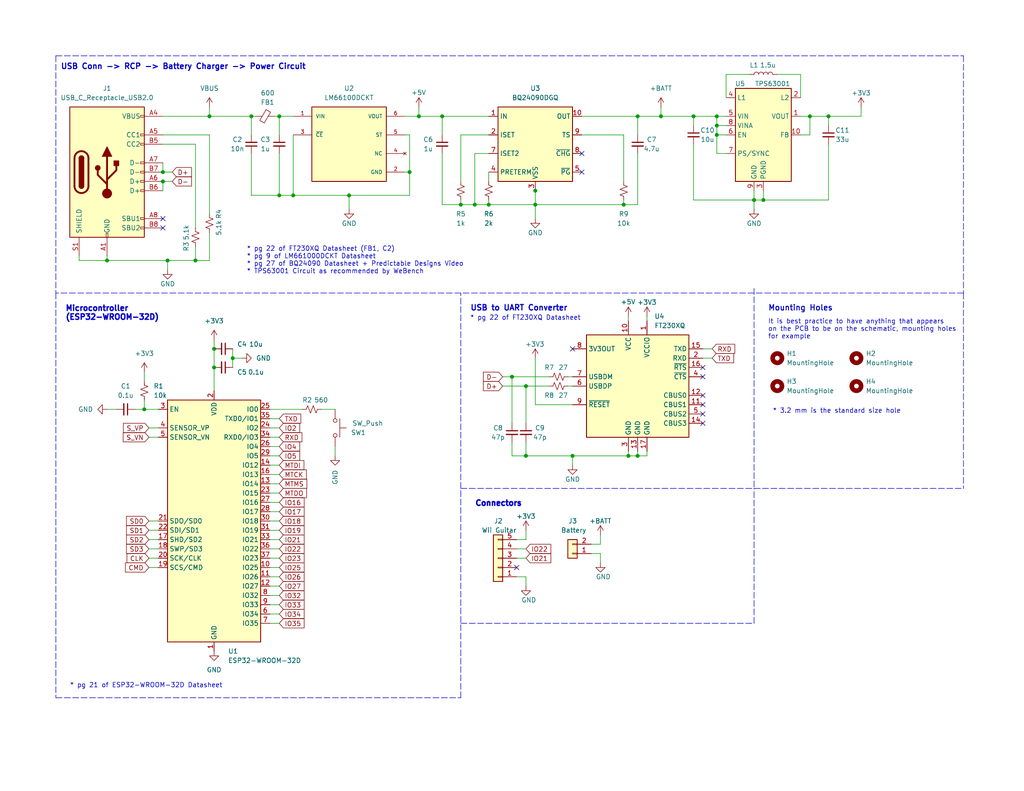
<source format=kicad_sch>
(kicad_sch (version 20211123) (generator eeschema)
  (paper "USLetter")
  (title_block (title "Wii Guitar to HID Converter") (date "2023-02-10") (comment 1 "Author: Kai Roy"))
  (lib_symbols
    (symbol "Battery_Management:BQ24090DGQ"
      (property "Reference" "U" (at -9.398 13.462 0))
      (property "Value" "BQ24090DGQ" (at -3.81 11.43 0))
      (symbol "BQ24090DGQ_0_1"
        (rectangle (start -10.16 10.16) (end 10.16 -10.16) (stroke (width 0.254)) (fill (type background)))
      )
      (symbol "BQ24090DGQ_1_1"
        (pin power_in line (at -12.7 7.62 0) (length 2.54) (name "IN") (number "1"))
        (pin power_out line (at 12.7 7.62 180) (length 2.54) (name "OUT") (number "10"))
        (pin passive line (at 0 -12.7 90) (length 2.54) hide (name "VSS") (number "11"))
        (pin passive line (at -12.7 2.54 0) (length 2.54) (name "ISET") (number "2"))
        (pin power_in line (at 0 -12.7 90) (length 2.54) (name "VSS") (number "3"))
        (pin passive line (at -12.7 -7.62 0) (length 2.54) (name "PRETERM") (number "4"))
        (pin open_collector line (at 12.7 -7.62 180) (length 2.54) (name "~{PG}") (number "5"))
        (pin no_connect line (at 5.08 -10.16 90) (length 2.54) hide (name "NC") (number "6"))
        (pin passive line (at -12.7 -2.54 0) (length 2.54) (name "ISET2") (number "7"))
        (pin open_collector line (at 12.7 -2.54 180) (length 2.54) (name "~{CHG}") (number "8"))
        (pin passive line (at 12.7 2.54 180) (length 2.54) (name "TS") (number "9"))
      )
    )
    (symbol "Connector:USB_C_Receptacle_USB2.0" (pin_names (offset 1.016))
      (property "Reference" "J" (at -10.16 19.05 0))
      (property "Value" "USB_C_Receptacle_USB2.0" (at 19.05 19.05 0))
      (symbol "USB_C_Receptacle_USB2.0_0_0"
        (rectangle (start -0.254 -17.78) (end 0.254 -16.764))
        (rectangle (start 10.16 -14.986) (end 9.144 -15.494))
        (rectangle (start 10.16 -12.446) (end 9.144 -12.954))
        (rectangle (start 10.16 -4.826) (end 9.144 -5.334))
        (rectangle (start 10.16 -2.286) (end 9.144 -2.794))
        (rectangle (start 10.16 0.254) (end 9.144 -0.254))
        (rectangle (start 10.16 2.794) (end 9.144 2.286))
        (rectangle (start 10.16 7.874) (end 9.144 7.366))
        (rectangle (start 10.16 10.414) (end 9.144 9.906))
        (rectangle (start 10.16 15.494) (end 9.144 14.986))
      )
      (symbol "USB_C_Receptacle_USB2.0_0_1"
        (rectangle (start -10.16 17.78) (end 10.16 -17.78) (stroke (width 0.254)) (fill (type background)))
        (arc (start -8.89 -3.81) (mid -6.985 -5.715) (end -5.08 -3.81) (stroke (width 0.508)))
        (arc (start -7.62 -3.81) (mid -6.985 -4.445) (end -6.35 -3.81) (stroke (width 0.254)))
        (arc (start -7.62 -3.81) (mid -6.985 -4.445) (end -6.35 -3.81) (stroke (width 0.254)) (fill (type outline)))
        (rectangle (start -7.62 -3.81) (end -6.35 3.81) (stroke (width 0.254)) (fill (type outline)))
        (arc (start -6.35 3.81) (mid -6.985 4.445) (end -7.62 3.81) (stroke (width 0.254)))
        (arc (start -6.35 3.81) (mid -6.985 4.445) (end -7.62 3.81) (stroke (width 0.254)) (fill (type outline)))
        (arc (start -5.08 3.81) (mid -6.985 5.715) (end -8.89 3.81) (stroke (width 0.508)))
        (circle (center -2.54 1.143) (radius 0.635) (stroke (width 0.254)) (fill (type outline)))
        (circle (center 0 -5.842) (radius 1.27) (fill (type outline)))
        (polyline (pts (xy -8.89 -3.81) (xy -8.89 3.81)) (stroke (width 0.508)))
        (polyline (pts (xy -5.08 3.81) (xy -5.08 -3.81)) (stroke (width 0.508)))
        (polyline (pts (xy 0 -5.842) (xy 0 4.318)) (stroke (width 0.508)))
        (polyline (pts (xy 0 -3.302) (xy -2.54 -0.762) (xy -2.54 0.508)) (stroke (width 0.508)))
        (polyline (pts (xy 0 -2.032) (xy 2.54 0.508) (xy 2.54 1.778)) (stroke (width 0.508)))
        (polyline (pts (xy -1.27 4.318) (xy 0 6.858) (xy 1.27 4.318) (xy -1.27 4.318)) (stroke (width 0.254)) (fill (type outline)))
        (rectangle (start 1.905 1.778) (end 3.175 3.048) (stroke (width 0.254)) (fill (type outline)))
      )
      (symbol "USB_C_Receptacle_USB2.0_1_1"
        (pin passive line (at 0 -22.86 90) (length 5.08) (name "GND") (number "A1"))
        (pin passive line (at 0 -22.86 90) (length 5.08) hide (name "GND") (number "A12"))
        (pin passive line (at 15.24 15.24 180) (length 5.08) (name "VBUS") (number "A4"))
        (pin bidirectional line (at 15.24 10.16 180) (length 5.08) (name "CC1") (number "A5"))
        (pin bidirectional line (at 15.24 -2.54 180) (length 5.08) (name "D+") (number "A6"))
        (pin bidirectional line (at 15.24 2.54 180) (length 5.08) (name "D-") (number "A7"))
        (pin bidirectional line (at 15.24 -12.7 180) (length 5.08) (name "SBU1") (number "A8"))
        (pin passive line (at 15.24 15.24 180) (length 5.08) hide (name "VBUS") (number "A9"))
        (pin passive line (at 0 -22.86 90) (length 5.08) hide (name "GND") (number "B1"))
        (pin passive line (at 0 -22.86 90) (length 5.08) hide (name "GND") (number "B12"))
        (pin passive line (at 15.24 15.24 180) (length 5.08) hide (name "VBUS") (number "B4"))
        (pin bidirectional line (at 15.24 7.62 180) (length 5.08) (name "CC2") (number "B5"))
        (pin bidirectional line (at 15.24 -5.08 180) (length 5.08) (name "D+") (number "B6"))
        (pin bidirectional line (at 15.24 0 180) (length 5.08) (name "D-") (number "B7"))
        (pin bidirectional line (at 15.24 -15.24 180) (length 5.08) (name "SBU2") (number "B8"))
        (pin passive line (at 15.24 15.24 180) (length 5.08) hide (name "VBUS") (number "B9"))
        (pin passive line (at -7.62 -22.86 90) (length 5.08) (name "SHIELD") (number "S1"))
      )
    )
    (symbol "Connector_Generic:Conn_01x02" (pin_names (offset 1.016) hide)
      (property "Reference" "J" (at 0 2.54 0))
      (property "Value" "Conn_01x02" (at 0 -5.08 0))
      (symbol "Conn_01x02_1_1"
        (rectangle (start -1.27 -2.413) (end 0 -2.667) (stroke (width 0.1524)))
        (rectangle (start -1.27 0.127) (end 0 -0.127) (stroke (width 0.1524)))
        (rectangle (start -1.27 1.27) (end 1.27 -3.81) (stroke (width 0.254)) (fill (type background)))
        (pin passive line (at -5.08 0 0) (length 3.81) (name "Pin_1") (number "1"))
        (pin passive line (at -5.08 -2.54 0) (length 3.81) (name "Pin_2") (number "2"))
      )
    )
    (symbol "Connector_Generic:Conn_01x05" (pin_names (offset 1.016) hide)
      (property "Reference" "J" (at 0 7.62 0))
      (property "Value" "Conn_01x05" (at 0 -7.62 0))
      (symbol "Conn_01x05_1_1"
        (rectangle (start -1.27 -4.953) (end 0 -5.207) (stroke (width 0.1524)))
        (rectangle (start -1.27 -2.413) (end 0 -2.667) (stroke (width 0.1524)))
        (rectangle (start -1.27 0.127) (end 0 -0.127) (stroke (width 0.1524)))
        (rectangle (start -1.27 2.667) (end 0 2.413) (stroke (width 0.1524)))
        (rectangle (start -1.27 5.207) (end 0 4.953) (stroke (width 0.1524)))
        (rectangle (start -1.27 6.35) (end 1.27 -6.35) (stroke (width 0.254)) (fill (type background)))
        (pin passive line (at -5.08 5.08 0) (length 3.81) (name "Pin_1") (number "1"))
        (pin passive line (at -5.08 2.54 0) (length 3.81) (name "Pin_2") (number "2"))
        (pin passive line (at -5.08 0 0) (length 3.81) (name "Pin_3") (number "3"))
        (pin passive line (at -5.08 -2.54 0) (length 3.81) (name "Pin_4") (number "4"))
        (pin passive line (at -5.08 -5.08 0) (length 3.81) (name "Pin_5") (number "5"))
      )
    )
    (symbol "Device:C_Small" (pin_numbers hide) (pin_names (offset 0.254) hide)
      (property "Reference" "C" (at 0.254 1.778 0))
      (property "Value" "C_Small" (at 0.254 -2.032 0))
      (symbol "C_Small_0_1"
        (polyline (pts (xy -1.524 -0.508) (xy 1.524 -0.508)) (stroke (width 0.3302)))
        (polyline (pts (xy -1.524 0.508) (xy 1.524 0.508)) (stroke (width 0.3048)))
      )
      (symbol "C_Small_1_1"
        (pin passive line (at 0 2.54 270) (length 2.032) (name "~") (number "1"))
        (pin passive line (at 0 -2.54 90) (length 2.032) (name "~") (number "2"))
      )
    )
    (symbol "Device:FerriteBead_Small" (pin_numbers hide) (pin_names (offset 0))
      (property "Reference" "FB" (at 1.905 1.27 0))
      (property "Value" "FerriteBead_Small" (at 1.905 -1.27 0))
      (symbol "FerriteBead_Small_0_1"
        (polyline (pts (xy 0 -1.27) (xy 0 -0.7874)))
        (polyline (pts (xy 0 0.889) (xy 0 1.2954)))
        (polyline (pts (xy -1.8288 0.2794) (xy -1.1176 1.4986) (xy 1.8288 -0.2032) (xy 1.1176 -1.4224) (xy -1.8288 0.2794)))
      )
      (symbol "FerriteBead_Small_1_1"
        (pin passive line (at 0 2.54 270) (length 1.27) (name "~") (number "1"))
        (pin passive line (at 0 -2.54 90) (length 1.27) (name "~") (number "2"))
      )
    )
    (symbol "Device:L" (pin_numbers hide) (pin_names (offset 1.016) hide)
      (property "Reference" "L" (at -1.27 0 90))
      (property "Value" "L" (at 1.905 0 90))
      (symbol "L_0_1"
        (arc (start 0 -2.54) (mid 0.635 -1.905) (end 0 -1.27))
        (arc (start 0 -1.27) (mid 0.635 -0.635) (end 0 0))
        (arc (start 0 0) (mid 0.635 0.635) (end 0 1.27))
        (arc (start 0 1.27) (mid 0.635 1.905) (end 0 2.54))
      )
      (symbol "L_1_1"
        (pin passive line (at 0 3.81 270) (length 1.27) (name "1") (number "1"))
        (pin passive line (at 0 -3.81 90) (length 1.27) (name "2") (number "2"))
      )
    )
    (symbol "Device:R_Small_US" (pin_numbers hide) (pin_names (offset 0.254) hide)
      (property "Reference" "R" (at 0.762 0.508 0))
      (property "Value" "R_Small_US" (at 0.762 -1.016 0))
      (symbol "R_Small_US_1_1"
        (polyline (pts (xy 0 0) (xy 1.016 -0.381) (xy 0 -0.762) (xy -1.016 -1.143) (xy 0 -1.524)))
        (polyline (pts (xy 0 1.524) (xy 1.016 1.143) (xy 0 0.762) (xy -1.016 0.381) (xy 0 0)))
        (pin passive line (at 0 2.54 270) (length 1.016) (name "~") (number "1"))
        (pin passive line (at 0 -2.54 90) (length 1.016) (name "~") (number "2"))
      )
    )
    (symbol "Interface_USB:FT230XQ"
      (property "Reference" "U" (at -13.97 15.24 0))
      (property "Value" "FT230XQ" (at 7.62 15.24 0))
      (symbol "FT230XQ_0_1"
        (rectangle (start -13.97 13.97) (end 13.97 -13.97) (stroke (width 0.254)) (fill (type background)))
      )
      (symbol "FT230XQ_1_1"
        (pin power_in line (at 2.54 17.78 270) (length 3.81) (name "VCCIO") (number "1"))
        (pin power_in line (at -2.54 17.78 270) (length 3.81) (name "VCC") (number "10"))
        (pin bidirectional line (at 17.78 -5.08 180) (length 3.81) (name "CBUS1") (number "11"))
        (pin bidirectional line (at 17.78 -2.54 180) (length 3.81) (name "CBUS0") (number "12"))
        (pin power_in line (at 0 -17.78 90) (length 3.81) (name "GND") (number "13"))
        (pin bidirectional line (at 17.78 -10.16 180) (length 3.81) (name "CBUS3") (number "14"))
        (pin output line (at 17.78 10.16 180) (length 3.81) (name "TXD") (number "15"))
        (pin output line (at 17.78 5.08 180) (length 3.81) (name "~{RTS}") (number "16"))
        (pin power_in line (at 2.54 -17.78 90) (length 3.81) (name "GND") (number "17"))
        (pin input line (at 17.78 7.62 180) (length 3.81) (name "RXD") (number "2"))
        (pin power_in line (at -2.54 -17.78 90) (length 3.81) (name "GND") (number "3"))
        (pin input line (at 17.78 2.54 180) (length 3.81) (name "~{CTS}") (number "4"))
        (pin bidirectional line (at 17.78 -7.62 180) (length 3.81) (name "CBUS2") (number "5"))
        (pin bidirectional line (at -17.78 0 0) (length 3.81) (name "USBDP") (number "6"))
        (pin bidirectional line (at -17.78 2.54 0) (length 3.81) (name "USBDM") (number "7"))
        (pin power_out line (at -17.78 10.16 0) (length 3.81) (name "3V3OUT") (number "8"))
        (pin input line (at -17.78 -5.08 0) (length 3.81) (name "~{RESET}") (number "9"))
      )
    )
    (symbol "LM66100DCKT:LM66100DCKT" (pin_names (offset 1.016))
      (property "Reference" "U" (at -10.16 10.922 0))
      (property "Value" "LM66100DCKT" (at -10.16 -10.922 0))
      (symbol "LM66100DCKT_0_0"
        (rectangle (start -10.16 -10.16) (end 10.16 10.16) (stroke (width 0.254)) (fill (type background)))
        (pin input line (at -15.24 7.62 0) (length 5.08) (name "VIN") (number "1"))
        (pin power_in line (at 15.24 -7.62 180) (length 5.08) (name "GND") (number "2"))
        (pin input line (at -15.24 2.54 0) (length 5.08) (name "~{CE}") (number "3"))
        (pin no_connect line (at 15.24 -2.54 180) (length 5.08) (name "NC") (number "4"))
        (pin output line (at 15.24 2.54 180) (length 5.08) (name "ST") (number "5"))
        (pin output line (at 15.24 7.62 180) (length 5.08) (name "VOUT") (number "6"))
      )
    )
    (symbol "Mechanical:MountingHole" (pin_names (offset 1.016))
      (property "Reference" "H" (at 0 5.08 0))
      (property "Value" "MountingHole" (at 0 3.175 0))
      (symbol "MountingHole_0_1"
        (circle (center 0 0) (radius 1.27) (stroke (width 1.27)))
      )
    )
    (symbol "RF_Module:ESP32-WROOM-32D"
      (property "Reference" "U" (at -12.7 34.29 0))
      (property "Value" "ESP32-WROOM-32D" (at 1.27 34.29 0))
      (symbol "ESP32-WROOM-32D_0_1"
        (rectangle (start -12.7 33.02) (end 12.7 -33.02) (stroke (width 0.254)) (fill (type background)))
      )
      (symbol "ESP32-WROOM-32D_1_1"
        (pin power_in line (at 0 -35.56 90) (length 2.54) (name "GND") (number "1"))
        (pin bidirectional line (at 15.24 -12.7 180) (length 2.54) (name "IO25") (number "10"))
        (pin bidirectional line (at 15.24 -15.24 180) (length 2.54) (name "IO26") (number "11"))
        (pin bidirectional line (at 15.24 -17.78 180) (length 2.54) (name "IO27") (number "12"))
        (pin bidirectional line (at 15.24 10.16 180) (length 2.54) (name "IO14") (number "13"))
        (pin bidirectional line (at 15.24 15.24 180) (length 2.54) (name "IO12") (number "14"))
        (pin passive line (at 0 -35.56 90) (length 2.54) hide (name "GND") (number "15"))
        (pin bidirectional line (at 15.24 12.7 180) (length 2.54) (name "IO13") (number "16"))
        (pin bidirectional line (at -15.24 -5.08 0) (length 2.54) (name "SHD/SD2") (number "17"))
        (pin bidirectional line (at -15.24 -7.62 0) (length 2.54) (name "SWP/SD3") (number "18"))
        (pin bidirectional line (at -15.24 -12.7 0) (length 2.54) (name "SCS/CMD") (number "19"))
        (pin power_in line (at 0 35.56 270) (length 2.54) (name "VDD") (number "2"))
        (pin bidirectional line (at -15.24 -10.16 0) (length 2.54) (name "SCK/CLK") (number "20"))
        (pin bidirectional line (at -15.24 0 0) (length 2.54) (name "SDO/SD0") (number "21"))
        (pin bidirectional line (at -15.24 -2.54 0) (length 2.54) (name "SDI/SD1") (number "22"))
        (pin bidirectional line (at 15.24 7.62 180) (length 2.54) (name "IO15") (number "23"))
        (pin bidirectional line (at 15.24 25.4 180) (length 2.54) (name "IO2") (number "24"))
        (pin bidirectional line (at 15.24 30.48 180) (length 2.54) (name "IO0") (number "25"))
        (pin bidirectional line (at 15.24 20.32 180) (length 2.54) (name "IO4") (number "26"))
        (pin bidirectional line (at 15.24 5.08 180) (length 2.54) (name "IO16") (number "27"))
        (pin bidirectional line (at 15.24 2.54 180) (length 2.54) (name "IO17") (number "28"))
        (pin bidirectional line (at 15.24 17.78 180) (length 2.54) (name "IO5") (number "29"))
        (pin input line (at -15.24 30.48 0) (length 2.54) (name "EN") (number "3"))
        (pin bidirectional line (at 15.24 0 180) (length 2.54) (name "IO18") (number "30"))
        (pin bidirectional line (at 15.24 -2.54 180) (length 2.54) (name "IO19") (number "31"))
        (pin no_connect line (at -12.7 -27.94 0) (length 2.54) hide (name "NC") (number "32"))
        (pin bidirectional line (at 15.24 -5.08 180) (length 2.54) (name "IO21") (number "33"))
        (pin bidirectional line (at 15.24 22.86 180) (length 2.54) (name "RXD0/IO3") (number "34"))
        (pin bidirectional line (at 15.24 27.94 180) (length 2.54) (name "TXD0/IO1") (number "35"))
        (pin bidirectional line (at 15.24 -7.62 180) (length 2.54) (name "IO22") (number "36"))
        (pin bidirectional line (at 15.24 -10.16 180) (length 2.54) (name "IO23") (number "37"))
        (pin passive line (at 0 -35.56 90) (length 2.54) hide (name "GND") (number "38"))
        (pin passive line (at 0 -35.56 90) (length 2.54) hide (name "GND") (number "39"))
        (pin input line (at -15.24 25.4 0) (length 2.54) (name "SENSOR_VP") (number "4"))
        (pin input line (at -15.24 22.86 0) (length 2.54) (name "SENSOR_VN") (number "5"))
        (pin input line (at 15.24 -25.4 180) (length 2.54) (name "IO34") (number "6"))
        (pin input line (at 15.24 -27.94 180) (length 2.54) (name "IO35") (number "7"))
        (pin bidirectional line (at 15.24 -20.32 180) (length 2.54) (name "IO32") (number "8"))
        (pin bidirectional line (at 15.24 -22.86 180) (length 2.54) (name "IO33") (number "9"))
      )
    )
    (symbol "Regulator_Switching:TPS63001"
      (property "Reference" "U" (at -7.62 13.97 0))
      (property "Value" "TPS63001" (at 5.08 13.97 0))
      (symbol "TPS63001_0_1"
        (rectangle (start -7.62 12.7) (end 7.62 -12.7) (stroke (width 0.254)) (fill (type background)))
      )
      (symbol "TPS63001_1_1"
        (pin power_out line (at 10.16 5.08 180) (length 2.54) (name "VOUT") (number "1"))
        (pin input line (at 10.16 0 180) (length 2.54) (name "FB") (number "10"))
        (pin passive line (at 0 -15.24 90) (length 2.54) hide (name "PGND") (number "11"))
        (pin input line (at 10.16 10.16 180) (length 2.54) (name "L2") (number "2"))
        (pin power_in line (at 0 -15.24 90) (length 2.54) (name "PGND") (number "3"))
        (pin input line (at -10.16 10.16 0) (length 2.54) (name "L1") (number "4"))
        (pin power_in line (at -10.16 5.08 0) (length 2.54) (name "VIN") (number "5"))
        (pin input line (at -10.16 0 0) (length 2.54) (name "EN") (number "6"))
        (pin input line (at -10.16 -5.08 0) (length 2.54) (name "PS/SYNC") (number "7"))
        (pin power_in line (at -10.16 2.54 0) (length 2.54) (name "VINA") (number "8"))
        (pin power_in line (at -2.54 -15.24 90) (length 2.54) (name "GND") (number "9"))
      )
    )
    (symbol "Switch:SW_Push" (pin_numbers hide) (pin_names (offset 1.016) hide)
      (property "Reference" "SW" (at 1.27 2.54 0))
      (property "Value" "SW_Push" (at 0 -1.524 0))
      (symbol "SW_Push_0_1"
        (circle (center -2.032 0) (radius 0.508))
        (polyline (pts (xy 0 1.27) (xy 0 3.048)))
        (polyline (pts (xy 2.54 1.27) (xy -2.54 1.27)))
        (circle (center 2.032 0) (radius 0.508))
        (pin passive line (at -5.08 0 0) (length 2.54) (name "1") (number "1"))
        (pin passive line (at 5.08 0 180) (length 2.54) (name "2") (number "2"))
      )
    )
    (symbol "power:+3V3" (power) (pin_names (offset 0))
      (property "Value" "+3V3" (at 0 3.556 0))
      (symbol "+3V3_0_1"
        (polyline (pts (xy -0.762 1.27) (xy 0 2.54)))
        (polyline (pts (xy 0 0) (xy 0 2.54)))
        (polyline (pts (xy 0 2.54) (xy 0.762 1.27)))
      )
      (symbol "+3V3_1_1"
        (pin power_in line (at 0 0 90) (length 0) hide (name "+3V3") (number "1"))
      )
    )
    (symbol "power:+5V" (power) (pin_names (offset 0))
      (property "Value" "+5V" (at 0 3.556 0))
      (symbol "+5V_0_1"
        (polyline (pts (xy -0.762 1.27) (xy 0 2.54)))
        (polyline (pts (xy 0 0) (xy 0 2.54)))
        (polyline (pts (xy 0 2.54) (xy 0.762 1.27)))
      )
      (symbol "+5V_1_1"
        (pin power_in line (at 0 0 90) (length 0) hide (name "+5V") (number "1"))
      )
    )
    (symbol "power:+BATT" (power) (pin_names (offset 0))
      (property "Value" "+BATT" (at 0 3.556 0))
      (symbol "+BATT_0_1"
        (polyline (pts (xy -0.762 1.27) (xy 0 2.54)))
        (polyline (pts (xy 0 0) (xy 0 2.54)))
        (polyline (pts (xy 0 2.54) (xy 0.762 1.27)))
      )
      (symbol "+BATT_1_1"
        (pin power_in line (at 0 0 90) (length 0) hide (name "+BATT") (number "1"))
      )
    )
    (symbol "power:GND" (power) (pin_names (offset 0))
      (property "Value" "GND" (at 0 -3.81 0))
      (symbol "GND_0_1"
        (polyline (pts (xy 0 0) (xy 0 -1.27) (xy 1.27 -1.27) (xy 0 -2.54) (xy -1.27 -1.27) (xy 0 -1.27)))
      )
      (symbol "GND_1_1"
        (pin power_in line (at 0 0 270) (length 0) hide (name "GND") (number "1"))
      )
    )
    (symbol "power:VBUS" (power) (pin_names (offset 0))
      (property "Value" "VBUS" (at 0 3.81 0))
      (symbol "VBUS_0_1"
        (polyline (pts (xy -0.762 1.27) (xy 0 2.54)))
        (polyline (pts (xy 0 0) (xy 0 2.54)))
        (polyline (pts (xy 0 2.54) (xy 0.762 1.27)))
      )
      (symbol "VBUS_1_1"
        (pin power_in line (at 0 0 90) (length 0) hide (name "VBUS") (number "1"))
      )
    )
  )
  (junction (at 139.7 102.87))
  (junction (at 125.73 55.88))
  (junction (at 76.2 53.34))
  (junction (at 170.18 55.88))
  (junction (at 180.34 31.75))
  (junction (at 58.42 95.25))
  (junction (at 58.42 100.33))
  (junction (at 156.21 124.46))
  (junction (at 29.21 71.12))
  (junction (at 111.76 46.99))
  (junction (at 45.72 71.12))
  (junction (at 133.35 55.88))
  (junction (at 53.34 71.12))
  (junction (at 44.45 46.99))
  (junction (at 63.5 97.79))
  (junction (at 120.65 31.75))
  (junction (at 39.37 111.76))
  (junction (at 173.99 31.75))
  (junction (at 68.58 31.75))
  (junction (at 189.23 31.75))
  (junction (at 143.51 105.41))
  (junction (at 205.74 54.61))
  (junction (at 171.45 124.46))
  (junction (at 80.01 53.34))
  (junction (at 195.58 31.75))
  (junction (at 146.05 55.88))
  (junction (at 173.99 124.46))
  (junction (at 143.51 124.46))
  (junction (at 226.06 31.75))
  (junction (at 57.15 31.75))
  (junction (at 114.3 31.75))
  (junction (at 95.25 53.34))
  (junction (at 195.58 34.29))
  (junction (at 208.28 54.61))
  (junction (at 195.58 36.83))
  (junction (at 76.2 31.75))
  (junction (at 146.05 52.07))
  (junction (at 220.98 31.75))
  (junction (at 129.54 55.88))
  (junction (at 44.45 49.53))
  (no_connect (at 191.77 113.03))
  (no_connect (at 191.77 100.33))
  (no_connect (at 158.75 41.91))
  (no_connect (at 191.77 115.57))
  (no_connect (at 156.21 95.25))
  (no_connect (at 191.77 110.49))
  (no_connect (at 191.77 102.87))
  (no_connect (at 140.97 154.94))
  (no_connect (at 44.45 62.23))
  (no_connect (at 44.45 59.69))
  (no_connect (at 191.77 107.95))
  (no_connect (at 158.75 46.99))
  (wire (pts (xy 44.45 49.53) (xy 46.99 49.53)))
  (wire (pts (xy 45.72 71.12) (xy 45.72 73.66)))
  (wire (pts (xy 140.97 147.32) (xy 143.51 147.32)))
  (wire (pts (xy 39.37 111.76) (xy 43.18 111.76)))
  (wire (pts (xy 158.75 36.83) (xy 170.18 36.83)))
  (wire (pts (xy 170.18 54.61) (xy 170.18 55.88)))
  (wire (pts (xy 76.2 36.83) (xy 76.2 31.75)))
  (wire (pts (xy 189.23 39.37) (xy 189.23 54.61)))
  (wire (pts (xy 125.73 54.61) (xy 125.73 55.88)))
  (wire (pts (xy 173.99 41.91) (xy 173.99 55.88)))
  (wire (pts (xy 114.3 29.21) (xy 114.3 31.75)))
  (wire (pts (xy 73.66 134.62) (xy 76.2 134.62)))
  (wire (pts (xy 120.65 36.83) (xy 120.65 31.75)))
  (wire (pts (xy 171.45 86.36) (xy 171.45 87.63)))
  (wire (pts (xy 195.58 36.83) (xy 198.12 36.83)))
  (wire (pts (xy 111.76 46.99) (xy 111.76 53.34)))
  (wire (pts (xy 204.47 20.32) (xy 198.12 20.32)))
  (wire (pts (xy 95.25 53.34) (xy 95.25 57.15)))
  (wire (pts (xy 40.64 144.78) (xy 43.18 144.78)))
  (wire (pts (xy 36.83 111.76) (xy 39.37 111.76)))
  (wire (pts (xy 73.66 165.1) (xy 76.2 165.1)))
  (wire (pts (xy 29.21 111.76) (xy 31.75 111.76)))
  (wire (pts (xy 133.35 41.91) (xy 129.54 41.91)))
  (wire (pts (xy 218.44 20.32) (xy 218.44 26.67)))
  (wire (pts (xy 133.35 46.99) (xy 133.35 49.53)))
  (wire (pts (xy 189.23 31.75) (xy 189.23 34.29)))
  (wire (pts (xy 73.66 162.56) (xy 76.2 162.56)))
  (polyline (pts (xy 262.89 15.24) (xy 262.89 80.01)))
  (wire (pts (xy 171.45 124.46) (xy 156.21 124.46)))
  (wire (pts (xy 146.05 55.88) (xy 146.05 59.69)))
  (wire (pts (xy 53.34 39.37) (xy 53.34 62.23)))
  (polyline (pts (xy 125.73 190.5) (xy 125.73 80.01)))
  (wire (pts (xy 44.45 31.75) (xy 57.15 31.75)))
  (wire (pts (xy 143.51 144.78) (xy 143.51 147.32)))
  (wire (pts (xy 195.58 34.29) (xy 195.58 31.75)))
  (wire (pts (xy 40.64 142.24) (xy 43.18 142.24)))
  (wire (pts (xy 40.64 152.4) (xy 43.18 152.4)))
  (wire (pts (xy 163.83 148.59) (xy 163.83 146.05)))
  (wire (pts (xy 73.66 121.92) (xy 76.2 121.92)))
  (wire (pts (xy 53.34 67.31) (xy 53.34 71.12)))
  (wire (pts (xy 111.76 53.34) (xy 95.25 53.34)))
  (wire (pts (xy 146.05 97.79) (xy 146.05 110.49)))
  (wire (pts (xy 44.45 49.53) (xy 44.45 52.07)))
  (wire (pts (xy 73.66 147.32) (xy 76.2 147.32)))
  (wire (pts (xy 171.45 124.46) (xy 173.99 124.46)))
  (wire (pts (xy 40.64 147.32) (xy 43.18 147.32)))
  (wire (pts (xy 189.23 31.75) (xy 195.58 31.75)))
  (wire (pts (xy 44.45 39.37) (xy 53.34 39.37)))
  (wire (pts (xy 40.64 119.38) (xy 43.18 119.38)))
  (wire (pts (xy 57.15 31.75) (xy 68.58 31.75)))
  (wire (pts (xy 73.66 124.46) (xy 76.2 124.46)))
  (wire (pts (xy 176.53 124.46) (xy 176.53 123.19)))
  (wire (pts (xy 140.97 157.48) (xy 143.51 157.48)))
  (wire (pts (xy 73.66 154.94) (xy 76.2 154.94)))
  (wire (pts (xy 205.74 54.61) (xy 205.74 57.15)))
  (wire (pts (xy 21.59 71.12) (xy 21.59 69.85)))
  (wire (pts (xy 29.21 71.12) (xy 29.21 69.85)))
  (wire (pts (xy 205.74 52.07) (xy 205.74 54.61)))
  (wire (pts (xy 95.25 53.34) (xy 80.01 53.34)))
  (wire (pts (xy 68.58 31.75) (xy 69.85 31.75)))
  (wire (pts (xy 133.35 36.83) (xy 125.73 36.83)))
  (wire (pts (xy 171.45 124.46) (xy 171.45 123.19)))
  (wire (pts (xy 80.01 36.83) (xy 80.01 53.34)))
  (wire (pts (xy 205.74 54.61) (xy 208.28 54.61)))
  (wire (pts (xy 170.18 36.83) (xy 170.18 49.53)))
  (wire (pts (xy 137.16 105.41) (xy 143.51 105.41)))
  (wire (pts (xy 140.97 149.86) (xy 143.51 149.86)))
  (wire (pts (xy 58.42 100.33) (xy 58.42 106.68)))
  (wire (pts (xy 143.51 120.65) (xy 143.51 124.46)))
  (wire (pts (xy 73.66 114.3) (xy 76.2 114.3)))
  (wire (pts (xy 68.58 53.34) (xy 76.2 53.34)))
  (wire (pts (xy 73.66 170.18) (xy 76.2 170.18)))
  (wire (pts (xy 114.3 31.75) (xy 110.49 31.75)))
  (wire (pts (xy 73.66 157.48) (xy 76.2 157.48)))
  (wire (pts (xy 73.66 137.16) (xy 76.2 137.16)))
  (wire (pts (xy 226.06 31.75) (xy 234.95 31.75)))
  (wire (pts (xy 146.05 55.88) (xy 170.18 55.88)))
  (wire (pts (xy 180.34 31.75) (xy 189.23 31.75)))
  (wire (pts (xy 180.34 29.21) (xy 180.34 31.75)))
  (wire (pts (xy 139.7 120.65) (xy 139.7 124.46)))
  (wire (pts (xy 143.51 105.41) (xy 149.86 105.41)))
  (wire (pts (xy 139.7 102.87) (xy 139.7 115.57)))
  (wire (pts (xy 76.2 41.91) (xy 76.2 53.34)))
  (wire (pts (xy 198.12 41.91) (xy 195.58 41.91)))
  (wire (pts (xy 129.54 55.88) (xy 133.35 55.88)))
  (wire (pts (xy 111.76 46.99) (xy 110.49 46.99)))
  (wire (pts (xy 111.76 36.83) (xy 111.76 46.99)))
  (polyline (pts (xy 125.73 170.18) (xy 205.74 170.18)))
  (polyline (pts (xy 262.89 80.01) (xy 262.89 133.35)))
  (wire (pts (xy 143.51 157.48) (xy 143.51 160.02)))
  (wire (pts (xy 73.66 119.38) (xy 76.2 119.38)))
  (wire (pts (xy 73.66 116.84) (xy 76.2 116.84)))
  (wire (pts (xy 110.49 36.83) (xy 111.76 36.83)))
  (wire (pts (xy 156.21 127) (xy 156.21 124.46)))
  (wire (pts (xy 163.83 151.13) (xy 163.83 153.67)))
  (polyline (pts (xy 15.24 15.24) (xy 15.24 80.01)))
  (wire (pts (xy 198.12 20.32) (xy 198.12 26.67)))
  (polyline (pts (xy 262.89 80.01) (xy 15.24 80.01)))
  (wire (pts (xy 146.05 110.49) (xy 156.21 110.49)))
  (wire (pts (xy 74.93 31.75) (xy 76.2 31.75)))
  (wire (pts (xy 139.7 124.46) (xy 143.51 124.46)))
  (wire (pts (xy 226.06 31.75) (xy 226.06 34.29)))
  (wire (pts (xy 143.51 124.46) (xy 156.21 124.46)))
  (wire (pts (xy 58.42 92.71) (xy 58.42 95.25)))
  (wire (pts (xy 170.18 55.88) (xy 173.99 55.88)))
  (wire (pts (xy 73.66 167.64) (xy 76.2 167.64)))
  (wire (pts (xy 129.54 41.91) (xy 129.54 55.88)))
  (wire (pts (xy 63.5 95.25) (xy 63.5 97.79)))
  (wire (pts (xy 29.21 71.12) (xy 45.72 71.12)))
  (wire (pts (xy 173.99 124.46) (xy 176.53 124.46)))
  (wire (pts (xy 120.65 41.91) (xy 120.65 55.88)))
  (wire (pts (xy 68.58 41.91) (xy 68.58 53.34)))
  (wire (pts (xy 73.66 139.7) (xy 76.2 139.7)))
  (wire (pts (xy 68.58 31.75) (xy 68.58 36.83)))
  (wire (pts (xy 176.53 86.36) (xy 176.53 87.63)))
  (wire (pts (xy 133.35 55.88) (xy 146.05 55.88)))
  (wire (pts (xy 73.66 149.86) (xy 76.2 149.86)))
  (wire (pts (xy 146.05 52.07) (xy 146.05 55.88)))
  (wire (pts (xy 76.2 53.34) (xy 80.01 53.34)))
  (wire (pts (xy 191.77 97.79) (xy 194.31 97.79)))
  (wire (pts (xy 133.35 55.88) (xy 133.35 54.61)))
  (wire (pts (xy 73.66 144.78) (xy 76.2 144.78)))
  (wire (pts (xy 73.66 127) (xy 76.2 127)))
  (wire (pts (xy 125.73 55.88) (xy 129.54 55.88)))
  (wire (pts (xy 73.66 111.76) (xy 82.55 111.76)))
  (wire (pts (xy 189.23 54.61) (xy 205.74 54.61)))
  (wire (pts (xy 226.06 39.37) (xy 226.06 54.61)))
  (wire (pts (xy 21.59 71.12) (xy 29.21 71.12)))
  (wire (pts (xy 44.45 46.99) (xy 46.99 46.99)))
  (polyline (pts (xy 205.74 170.18) (xy 205.74 133.35)))
  (wire (pts (xy 39.37 101.6) (xy 39.37 104.14)))
  (wire (pts (xy 220.98 31.75) (xy 218.44 31.75)))
  (wire (pts (xy 173.99 31.75) (xy 180.34 31.75)))
  (wire (pts (xy 173.99 31.75) (xy 173.99 36.83)))
  (wire (pts (xy 226.06 54.61) (xy 208.28 54.61)))
  (wire (pts (xy 195.58 31.75) (xy 198.12 31.75)))
  (wire (pts (xy 154.94 105.41) (xy 156.21 105.41)))
  (wire (pts (xy 57.15 29.21) (xy 57.15 31.75)))
  (wire (pts (xy 40.64 149.86) (xy 43.18 149.86)))
  (wire (pts (xy 114.3 31.75) (xy 120.65 31.75)))
  (wire (pts (xy 195.58 34.29) (xy 198.12 34.29)))
  (wire (pts (xy 87.63 111.76) (xy 91.44 111.76)))
  (wire (pts (xy 125.73 36.83) (xy 125.73 49.53)))
  (wire (pts (xy 143.51 105.41) (xy 143.51 115.57)))
  (wire (pts (xy 53.34 71.12) (xy 57.15 71.12)))
  (polyline (pts (xy 15.24 190.5) (xy 125.73 190.5)))
  (wire (pts (xy 137.16 102.87) (xy 139.7 102.87)))
  (wire (pts (xy 146.05 50.8) (xy 146.05 52.07)))
  (wire (pts (xy 40.64 116.84) (xy 43.18 116.84)))
  (wire (pts (xy 220.98 31.75) (xy 226.06 31.75)))
  (wire (pts (xy 120.65 31.75) (xy 133.35 31.75)))
  (wire (pts (xy 173.99 124.46) (xy 173.99 123.19)))
  (wire (pts (xy 234.95 29.21) (xy 234.95 31.75)))
  (wire (pts (xy 218.44 36.83) (xy 220.98 36.83)))
  (wire (pts (xy 191.77 95.25) (xy 194.31 95.25)))
  (polyline (pts (xy 15.24 80.01) (xy 15.24 190.5)))
  (wire (pts (xy 154.94 102.87) (xy 156.21 102.87)))
  (wire (pts (xy 57.15 36.83) (xy 57.15 58.42)))
  (wire (pts (xy 57.15 63.5) (xy 57.15 71.12)))
  (wire (pts (xy 140.97 152.4) (xy 143.51 152.4)))
  (wire (pts (xy 44.45 36.83) (xy 57.15 36.83)))
  (wire (pts (xy 63.5 97.79) (xy 66.04 97.79)))
  (wire (pts (xy 208.28 52.07) (xy 208.28 54.61)))
  (wire (pts (xy 40.64 154.94) (xy 43.18 154.94)))
  (wire (pts (xy 158.75 31.75) (xy 173.99 31.75)))
  (wire (pts (xy 195.58 41.91) (xy 195.58 36.83)))
  (wire (pts (xy 161.29 148.59) (xy 163.83 148.59)))
  (wire (pts (xy 39.37 109.22) (xy 39.37 111.76)))
  (wire (pts (xy 195.58 36.83) (xy 195.58 34.29)))
  (wire (pts (xy 45.72 71.12) (xy 53.34 71.12)))
  (wire (pts (xy 73.66 129.54) (xy 76.2 129.54)))
  (wire (pts (xy 212.09 20.32) (xy 218.44 20.32)))
  (wire (pts (xy 73.66 152.4) (xy 76.2 152.4)))
  (wire (pts (xy 220.98 36.83) (xy 220.98 31.75)))
  (wire (pts (xy 76.2 31.75) (xy 80.01 31.75)))
  (polyline (pts (xy 125.73 133.35) (xy 262.89 133.35)))
  (wire (pts (xy 58.42 95.25) (xy 58.42 100.33)))
  (wire (pts (xy 73.66 132.08) (xy 76.2 132.08)))
  (wire (pts (xy 161.29 151.13) (xy 163.83 151.13)))
  (wire (pts (xy 73.66 160.02) (xy 76.2 160.02)))
  (wire (pts (xy 63.5 97.79) (xy 63.5 100.33)))
  (wire (pts (xy 139.7 102.87) (xy 149.86 102.87)))
  (wire (pts (xy 73.66 142.24) (xy 76.2 142.24)))
  (polyline (pts (xy 205.74 78.74) (xy 205.74 133.35)))
  (wire (pts (xy 44.45 44.45) (xy 44.45 46.99)))
  (wire (pts (xy 91.44 121.92) (xy 91.44 124.46)))
  (polyline (pts (xy 15.24 15.24) (xy 262.89 15.24)))
  (wire (pts (xy 120.65 55.88) (xy 125.73 55.88)))
  (text "USB Conn -> RCP -> Battery Charger -> Power Circuit\n\n" (at 16.51 21.59 0) (effects (font (size 1.5 1.5) bold) (justify left bottom)))
  (text "Comments" (at 309.88 16.51 0) (effects (font (size 2.5 2.5) (thickness 0.5) bold) (justify left bottom)))
  (text "USB to UART Converter" (at 128.27 85.09 0) (effects (font (size 1.5 1.5) bold) (justify left bottom)))
  (text "Connectors" (at 129.54 138.43 0) (effects (font (size 1.5 1.5) (thickness 0.5) bold) (justify left bottom)))
  (text "It is best practice to have anything that appears\non the PCB to be on the schematic, mounting holes\nfor example\n" (at 209.55 92.71 0) (effects (font (size 1.27 1.27)) (justify left bottom)))
  (text "* pg 22 of FT230XQ Datasheet (FB1, C2)\n* pg 9 of LM661000DCKT Datasheet\n* pg 27 of BQ24090 Datasheet + Predictable Designs Video\n* TPS63001 Circuit as recommended by WeBench" (at 67.31 74.93 0) (effects (font (size 1.27 1.27)) (justify left bottom)))
  (text "USB C Vert connector?\nReconfigure mounting holes (Plate them as well)\nFind U2 Footprint (Check libraries on laptop)\n" (at 309.88 30.48 0) (effects (font (size 2.5 2.5)) (justify left bottom)))
  (text "* pg 22 of FT230XQ Datasheet" (at 128.27 87.63 0) (effects (font (size 1.27 1.27)) (justify left bottom)))
  (text "Mounting Holes" (at 209.55 85.09 0) (effects (font (size 1.5 1.5) (thickness 0.254) bold) (justify left bottom)))
  (text "* pg 21 of ESP32-WROOM-32D Datasheet" (at 19.05 187.96 0) (effects (font (size 1.27 1.27)) (justify left bottom)))
  (text "Microcontroller \n(ESP32-WROOM-32D)" (at 17.78 87.63 0) (effects (font (size 1.5 1.5) (thickness 0.35) bold) (justify left bottom)))
  (text "* 3.2 mm is the standard size hole" (at 210.82 113.03 0) (effects (font (size 1.27 1.27)) (justify left bottom)))
  (global_label "CLK" (shape input) (at 40.64 152.4 180) (property "Intersheet References" "${INTERSHEET_REFS}" (effects hide)))
  (global_label "IO34" (shape input) (at 76.2 167.64 0) (property "Intersheet References" "${INTERSHEET_REFS}" (effects hide)))
  (global_label "MTMS" (shape input) (at 76.2 132.08 0) (property "Intersheet References" "${INTERSHEET_REFS}" (effects hide)))
  (global_label "RXD" (shape input) (at 76.2 119.38 0) (property "Intersheet References" "${INTERSHEET_REFS}" (effects hide)))
  (global_label "IO5" (shape input) (at 76.2 124.46 0) (property "Intersheet References" "${INTERSHEET_REFS}" (effects hide)))
  (global_label "IO33" (shape input) (at 76.2 165.1 0) (property "Intersheet References" "${INTERSHEET_REFS}" (effects hide)))
  (global_label "IO18" (shape input) (at 76.2 142.24 0) (property "Intersheet References" "${INTERSHEET_REFS}" (effects hide)))
  (global_label "TXD" (shape input) (at 194.31 97.79 0) (property "Intersheet References" "${INTERSHEET_REFS}" (effects hide)))
  (global_label "S_VP" (shape input) (at 40.64 116.84 180) (property "Intersheet References" "${INTERSHEET_REFS}" (effects hide)))
  (global_label "TXD" (shape input) (at 76.2 114.3 0) (property "Intersheet References" "${INTERSHEET_REFS}" (effects hide)))
  (global_label "SD1" (shape input) (at 40.64 144.78 180) (property "Intersheet References" "${INTERSHEET_REFS}" (effects hide)))
  (global_label "SD0" (shape input) (at 40.64 142.24 180) (property "Intersheet References" "${INTERSHEET_REFS}" (effects hide)))
  (global_label "MTDO" (shape input) (at 76.2 134.62 0) (property "Intersheet References" "${INTERSHEET_REFS}" (effects hide)))
  (global_label "IO16" (shape input) (at 76.2 137.16 0) (property "Intersheet References" "${INTERSHEET_REFS}" (effects hide)))
  (global_label "IO23" (shape input) (at 76.2 152.4 0) (property "Intersheet References" "${INTERSHEET_REFS}" (effects hide)))
  (global_label "IO17" (shape input) (at 76.2 139.7 0) (property "Intersheet References" "${INTERSHEET_REFS}" (effects hide)))
  (global_label "D+" (shape input) (at 137.16 105.41 180) (property "Intersheet References" "${INTERSHEET_REFS}" (effects hide)))
  (global_label "IO22" (shape input) (at 143.51 149.86 0) (property "Intersheet References" "${INTERSHEET_REFS}" (effects hide)))
  (global_label "IO21" (shape input) (at 76.2 147.32 0) (property "Intersheet References" "${INTERSHEET_REFS}" (effects hide)))
  (global_label "IO35" (shape input) (at 76.2 170.18 0) (property "Intersheet References" "${INTERSHEET_REFS}" (effects hide)))
  (global_label "IO2" (shape input) (at 76.2 116.84 0) (property "Intersheet References" "${INTERSHEET_REFS}" (effects hide)))
  (global_label "CMD" (shape input) (at 40.64 154.94 180) (property "Intersheet References" "${INTERSHEET_REFS}" (effects hide)))
  (global_label "IO19" (shape input) (at 76.2 144.78 0) (property "Intersheet References" "${INTERSHEET_REFS}" (effects hide)))
  (global_label "MTDI" (shape input) (at 76.2 127 0) (property "Intersheet References" "${INTERSHEET_REFS}" (effects hide)))
  (global_label "IO26" (shape input) (at 76.2 157.48 0) (property "Intersheet References" "${INTERSHEET_REFS}" (effects hide)))
  (global_label "IO25" (shape input) (at 76.2 154.94 0) (property "Intersheet References" "${INTERSHEET_REFS}" (effects hide)))
  (global_label "MTCK" (shape input) (at 76.2 129.54 0) (property "Intersheet References" "${INTERSHEET_REFS}" (effects hide)))
  (global_label "IO21" (shape input) (at 143.51 152.4 0) (property "Intersheet References" "${INTERSHEET_REFS}" (effects hide)))
  (global_label "D-" (shape input) (at 46.99 49.53 0) (property "Intersheet References" "${INTERSHEET_REFS}" (effects hide)))
  (global_label "D+" (shape input) (at 46.99 46.99 0) (property "Intersheet References" "${INTERSHEET_REFS}" (effects hide)))
  (global_label "RXD" (shape input) (at 194.31 95.25 0) (property "Intersheet References" "${INTERSHEET_REFS}" (effects hide)))
  (global_label "S_VN" (shape input) (at 40.64 119.38 180) (property "Intersheet References" "${INTERSHEET_REFS}" (effects hide)))
  (global_label "IO4" (shape input) (at 76.2 121.92 0) (property "Intersheet References" "${INTERSHEET_REFS}" (effects hide)))
  (global_label "IO22" (shape input) (at 76.2 149.86 0) (property "Intersheet References" "${INTERSHEET_REFS}" (effects hide)))
  (global_label "IO27" (shape input) (at 76.2 160.02 0) (property "Intersheet References" "${INTERSHEET_REFS}" (effects hide)))
  (global_label "SD2" (shape input) (at 40.64 147.32 180) (property "Intersheet References" "${INTERSHEET_REFS}" (effects hide)))
  (global_label "IO32" (shape input) (at 76.2 162.56 0) (property "Intersheet References" "${INTERSHEET_REFS}" (effects hide)))
  (global_label "D-" (shape input) (at 137.16 102.87 180) (property "Intersheet References" "${INTERSHEET_REFS}" (effects hide)))
  (global_label "SD3" (shape input) (at 40.64 149.86 180) (property "Intersheet References" "${INTERSHEET_REFS}" (effects hide)))
  (symbol (lib_id "Device:C_Small") (at 76.2 39.37 0) (unit 1)
    (property "Reference" "C3" (at 72.39 38.1 0))
    (property "Value" "1u" (at 72.39 40.64 0))
    (property "Footprint" "Capacitor_SMD:C_0805_2012Metric" (effects hide))
    (property "Digikey" "1276-6471-1-ND" (effects hide))
  )
  (symbol (lib_id "power:GND") (at 95.25 57.15 0) (unit 1)
    (property "Reference" "#PWR01" (effects hide))
    (property "Value" "GND" (at 93.2225 61.0106 0) (effects (justify left)))
  )
  (symbol (lib_id "Device:C_Small") (at 226.06 36.83 0) (unit 1)
    (property "Reference" "C11" (at 229.87 35.56 0))
    (property "Value" "33u" (at 229.87 38.1 0))
    (property "Footprint" "Capacitor_SMD:C_0805_2012Metric" (effects hide))
    (property "Digikey" "1276-6471-1-ND" (effects hide))
  )
  (symbol (lib_id "RF_Module:ESP32-WROOM-32D") (at 58.42 142.24 0) (unit 1)
    (property "Reference" "U1" (at 62.23 177.8 0) (effects (justify left)))
    (property "Value" "ESP32-WROOM-32D" (at 62.23 180.34 0) (effects (justify left)))
    (property "Footprint" "RF_Module:ESP32-WROOM-32" (effects hide))
    (property "Datasheet" "https://www.espressif.com/sites/default/files/documentation/esp32-wroom-32d_esp32-wroom-32u_datasheet_en.pdf" (effects hide))
    (property "Digikey" "1965-ESP32-WROOM-32D(4MBHIGHTEMP)CT-ND" (effects hide))
  )
  (symbol (lib_id "power:GND") (at 66.04 97.79 90) (unit 1)
    (property "Reference" "#PWR0112" (effects hide))
    (property "Value" "GND" (at 69.85 97.7899 90) (effects (justify right)))
  )
  (symbol (lib_id "power:GND") (at 29.21 111.76 270) (unit 1)
    (property "Reference" "#PWR0101" (effects hide))
    (property "Value" "GND" (at 25.4 111.7599 90) (effects (justify right)))
  )
  (symbol (lib_id "Device:R_Small_US") (at 152.4 105.41 270) (unit 1)
    (property "Reference" "R8" (at 149.86 107.95 90))
    (property "Value" "27" (at 153.67 107.95 90))
    (property "Footprint" "Resistor_SMD:R_0805_2012Metric" (effects hide))
    (property "Digikey" "738-RMCF0805FT27R0CT-ND" (effects hide))
  )
  (symbol (lib_id "Connector_Generic:Conn_01x02") (at 156.21 151.13 180) (unit 1)
    (property "Reference" "J3" (at 157.48 142.24 0) (effects (justify left)))
    (property "Value" "Battery" (at 160.02 144.78 0) (effects (justify left)))
  )
  (symbol (lib_id "Device:L") (at 208.28 20.32 90) (unit 1)
    (property "Reference" "L1" (at 205.74 17.78 90))
    (property "Value" "1.5u" (at 209.55 17.78 90))
    (property "Resistance" "70mR" (effects hide))
  )
  (symbol (lib_id "Device:R_Small_US") (at 39.37 106.68 0) (unit 1)
    (property "Reference" "R1" (at 41.91 105.4099 0) (effects (justify left)))
    (property "Value" "10k" (at 41.91 107.9499 0) (effects (justify left)))
    (property "Footprint" "Resistor_SMD:R_0805_2012Metric" (effects hide))
    (property "Digikey" "RNCP0805FTD10K0CT-ND" (effects hide))
  )
  (symbol (lib_id "Device:R_Small_US") (at 133.35 52.07 180) (unit 1)
    (property "Reference" "R6" (at 133.35 58.42 0))
    (property "Value" "2k" (at 133.35 60.96 0))
    (property "Footprint" "Resistor_SMD:R_0805_2012Metric" (effects hide))
    (property "Digikey" "738-RMCF0805FT27R0CT-ND" (effects hide))
  )
  (symbol (lib_id "power:+BATT") (at 180.34 29.21 0) (unit 1)
    (property "Reference" "#PWR010" (effects hide))
    (property "Value" "+BATT" (at 180.34 24.13 0))
  )
  (symbol (lib_id "power:+BATT") (at 163.83 146.05 0) (unit 1)
    (property "Reference" "#PWR08" (effects hide))
    (property "Value" "+BATT" (at 163.83 142.24 0))
  )
  (symbol (lib_id "power:+3V3") (at 143.51 144.78 0) (unit 1)
    (property "Reference" "#PWR06" (effects hide))
    (property "Value" "+3V3" (at 143.51 140.97 0))
  )
  (symbol (lib_id "LM66100DCKT:LM66100DCKT") (at 95.25 39.37 0) (unit 1)
    (property "Reference" "U2" (at 95.25 24.13 0))
    (property "Value" "LM66100DCKT" (at 95.25 26.67 0))
    (property "Footprint" "SOT65P210X110-6N" (effects hide))
    (property "PARTREV" "Rev. A" (effects hide))
    (property "STANDARD" "IPC 7351B" (effects hide))
    (property "MAXIMUM_PACKAGE_HEIGHT" "1.1 mm" (effects hide))
    (property "MANUFACTURER" "Texas Instruments" (effects hide))
    (property "Digikey" "296-53540-1-ND" (effects hide))
  )
  (symbol (lib_id "power:VBUS") (at 57.15 29.21 0) (unit 1)
    (property "Reference" "#PWR05" (effects hide))
    (property "Value" "VBUS" (at 57.15 24.13 0))
  )
  (symbol (lib_id "Device:C_Small") (at 143.51 118.11 0) (unit 1)
    (property "Reference" "C9" (at 147.32 116.84 0))
    (property "Value" "47p" (at 147.32 119.38 0))
    (property "Footprint" "Capacitor_SMD:C_0805_2012Metric" (effects hide))
    (property "Digikey" "311-1107-1-ND" (effects hide))
  )
  (symbol (lib_id "Regulator_Switching:TPS63001") (at 208.28 36.83 0) (unit 1)
    (property "Reference" "U5" (at 201.93 22.86 0))
    (property "Value" "TPS63001" (at 210.82 22.86 0))
    (property "Footprint" "Package_SON:Texas_DRC0010J_ThermalVias" (effects hide))
    (property "Datasheet" "http://www.ti.com/lit/ds/symlink/tps63000.pdf" (effects hide))
  )
  (symbol (lib_id "power:+3V3") (at 146.05 97.79 0) (unit 1)
    (property "Reference" "#PWR0123" (effects hide))
    (property "Value" "+3V3" (at 148.59 93.98 0) (effects (justify right)))
  )
  (symbol (lib_id "Device:R_Small_US") (at 125.73 52.07 0) (unit 1)
    (property "Reference" "R5" (at 125.73 58.42 0))
    (property "Value" "1k" (at 125.73 60.96 0))
    (property "Footprint" "Resistor_SMD:R_0805_2012Metric" (effects hide))
    (property "Digikey" "738-RMCF0805FT27R0CT-ND" (effects hide))
  )
  (symbol (lib_id "Device:R_Small_US") (at 85.09 111.76 90) (unit 1)
    (property "Reference" "R2" (at 83.82 109.22 90))
    (property "Value" "560" (at 87.63 109.22 90))
    (property "Footprint" "Resistor_SMD:R_0805_2012Metric" (effects hide))
    (property "Digikey" "13-RT0805FRE07560RLCT-ND" (effects hide))
  )
  (symbol (lib_id "Mechanical:MountingHole") (at 233.68 105.41 0) (unit 1)
    (property "Reference" "H4" (at 236.22 104.1399 0) (effects (justify left)))
    (property "Value" "MountingHole" (at 236.22 106.6799 0) (effects (justify left)))
    (property "Footprint" "MountingHole:MountingHole_3.2mm_M3" (effects hide))
  )
  (symbol (lib_id "Battery_Management:BQ24090DGQ") (at 146.05 39.37 0) (unit 1)
    (property "Reference" "U3" (at 146.05 24.13 0))
    (property "Value" "BQ24090DGQ" (at 146.05 26.67 0))
    (property "Footprint" "Package_SO:HVSSOP-10-1EP_3x3mm_P0.5mm_EP1.57x1.88mm_ThermalVias" (effects hide))
    (property "Datasheet" "http://www.ti.com/lit/ds/symlink/bq24090.pdf" (effects hide))
  )
  (symbol (lib_id "Device:C_Small") (at 139.7 118.11 0) (unit 1)
    (property "Reference" "C8" (at 135.89 116.84 0))
    (property "Value" "47p" (at 135.89 119.38 0))
    (property "Footprint" "Capacitor_SMD:C_0805_2012Metric" (effects hide))
    (property "Digikey" "311-1107-1-ND" (effects hide))
  )
  (symbol (lib_id "Device:FerriteBead_Small") (at 72.39 31.75 90) (unit 1)
    (property "Reference" "FB1" (at 71.12 27.94 90) (effects (justify right)))
    (property "Value" "600" (at 71.12 25.4 90) (effects (justify right)))
    (property "Footprint" "Inductor_SMD:L_0805_2012Metric_Pad1.15x1.40mm_HandSolder" (effects hide))
    (property "Datasheet" "https://www.vishay.com/docs/34102/ilhb.pdf" (effects hide))
    (property "Digikey" "541-2302-1-ND" (effects hide))
  )
  (symbol (lib_id "Mechanical:MountingHole") (at 212.09 105.41 0) (unit 1)
    (property "Reference" "H3" (at 214.63 104.1399 0) (effects (justify left)))
    (property "Value" "MountingHole" (at 214.63 106.6799 0) (effects (justify left)))
    (property "Footprint" "MountingHole:MountingHole_3.2mm_M3" (effects hide))
  )
  (symbol (lib_id "Device:C_Small") (at 34.29 111.76 270) (unit 1)
    (property "Reference" "C1" (at 34.29 105.41 90))
    (property "Value" "0.1u" (at 34.29 107.95 90))
    (property "Footprint" "Capacitor_SMD:C_0805_2012Metric" (effects hide))
    (property "Digikey" "399-C0805C104K5RAC3123CT-ND" (effects hide))
  )
  (symbol (lib_id "power:+3V3") (at 234.95 29.21 0) (unit 1)
    (property "Reference" "#PWR04" (effects hide))
    (property "Value" "+3V3" (at 234.95 25.4 0))
  )
  (symbol (lib_id "power:GND") (at 205.74 57.15 0) (unit 1)
    (property "Reference" "#PWR03" (effects hide))
    (property "Value" "GND" (at 203.7125 61.0106 0) (effects (justify left)))
  )
  (symbol (lib_id "Device:C_Small") (at 189.23 36.83 0) (unit 1)
    (property "Reference" "C10" (at 193.04 35.56 0))
    (property "Value" "10u" (at 193.04 38.1 0))
    (property "Footprint" "Capacitor_SMD:C_0805_2012Metric" (effects hide))
    (property "Digikey" "1276-6471-1-ND" (effects hide))
  )
  (symbol (lib_id "Device:C_Small") (at 68.58 39.37 180) (unit 1)
    (property "Reference" "C2" (at 64.77 38.1 0))
    (property "Value" "10n" (at 64.77 40.64 0))
    (property "Footprint" "Capacitor_SMD:C_0805_2012Metric" (effects hide))
    (property "Digikey" "13-CC0805KPX7R9BB103CT-ND" (effects hide))
  )
  (symbol (lib_id "power:+5V") (at 114.3 29.21 0) (unit 1)
    (property "Reference" "#PWR0108" (effects hide))
    (property "Value" "+5V" (at 114.243 25.2865 0))
  )
  (symbol (lib_id "Device:R_Small_US") (at 152.4 102.87 270) (unit 1)
    (property "Reference" "R7" (at 149.86 100.33 90))
    (property "Value" "27" (at 153.67 100.33 90))
    (property "Footprint" "Resistor_SMD:R_0805_2012Metric" (effects hide))
    (property "Digikey" "738-RMCF0805FT27R0CT-ND" (effects hide))
  )
  (symbol (lib_id "Device:C_Small") (at 120.65 39.37 0) (unit 1)
    (property "Reference" "C6" (at 116.84 38.1 0))
    (property "Value" "1u" (at 116.84 40.64 0))
    (property "Footprint" "Capacitor_SMD:C_0805_2012Metric" (effects hide))
    (property "Digikey" "1276-6471-1-ND" (effects hide))
  )
  (symbol (lib_id "Connector_Generic:Conn_01x05") (at 135.89 152.4 180) (unit 1)
    (property "Reference" "J2" (at 137.16 142.24 0) (effects (justify left)))
    (property "Value" "Wii Guitar" (at 140.97 144.78 0) (effects (justify left)))
    (property "Footprint" "Connector_JST:JST_PH_B5B-PH-K_1x05_P2.00mm_Vertical" (effects hide))
  )
  (symbol (lib_id "power:GND") (at 45.72 73.66 0) (unit 1)
    (property "Reference" "#PWR0102" (effects hide))
    (property "Value" "GND" (at 43.6925 77.5206 0) (effects (justify left)))
  )
  (symbol (lib_id "Switch:SW_Push") (at 91.44 116.84 270) (unit 1)
    (property "Reference" "SW1" (at 97.79 118.11 90))
    (property "Value" "SW_Push" (at 100.33 115.57 90))
    (property "Footprint" "Button_Switch_THT:SW_PUSH_6mm" (effects hide))
    (property "Digikey" "486-3458-ND" (effects hide))
  )
  (symbol (lib_id "power:GND") (at 143.51 160.02 0) (unit 1)
    (property "Reference" "#PWR07" (effects hide))
    (property "Value" "GND" (at 142.24 163.83 0) (effects (justify left)))
  )
  (symbol (lib_id "Interface_USB:FT230XQ") (at 173.99 105.41 0) (unit 1)
    (property "Reference" "U4" (at 178.5494 86.36 0) (effects (justify left)))
    (property "Value" "FT230XQ" (at 178.5494 88.9 0) (effects (justify left)))
    (property "Footprint" "Package_DFN_QFN:QFN-16-1EP_4x4mm_P0.65mm_EP2.1x2.1mm" (effects hide))
    (property "Datasheet" "https://www.ftdichip.com/Support/Documents/DataSheets/ICs/DS_FT230X.pdf" (effects hide))
    (property "Digikey" "768-1130-1-ND" (effects hide))
  )
  (symbol (lib_id "Device:R_Small_US") (at 57.15 60.96 180) (unit 1)
    (property "Reference" "R4" (at 59.69 58.42 90))
    (property "Value" "5.1k" (at 59.69 62.23 90))
    (property "Footprint" "Resistor_SMD:R_0805_2012Metric" (effects hide))
    (property "Digikey" "738-RMCF0805FT27R0CT-ND" (effects hide))
  )
  (symbol (lib_id "Device:C_Small") (at 60.96 95.25 270) (unit 1)
    (property "Reference" "C4" (at 66.04 93.98 90))
    (property "Value" "10u" (at 69.85 93.98 90))
    (property "Footprint" "Capacitor_SMD:C_0805_2012Metric" (effects hide))
    (property "Digikey" "1276-1096-1-ND" (effects hide))
  )
  (symbol (lib_id "power:GND") (at 156.21 127 0) (unit 1)
    (property "Reference" "#PWR0124" (effects hide))
    (property "Value" "GND" (at 154.1825 130.8606 0) (effects (justify left)))
  )
  (symbol (lib_id "power:GND") (at 163.83 153.67 0) (unit 1)
    (property "Reference" "#PWR09" (effects hide))
    (property "Value" "GND" (at 162.56 157.48 0) (effects (justify left)))
  )
  (symbol (lib_id "Device:R_Small_US") (at 53.34 64.77 0) (unit 1)
    (property "Reference" "R3" (at 50.8 67.31 90))
    (property "Value" "5.1k" (at 50.8 63.5 90))
    (property "Footprint" "Resistor_SMD:R_0805_2012Metric" (effects hide))
    (property "Digikey" "738-RMCF0805FT27R0CT-ND" (effects hide))
  )
  (symbol (lib_id "power:+5V") (at 171.45 86.36 0) (unit 1)
    (property "Reference" "#PWR0122" (effects hide))
    (property "Value" "+5V" (at 171.393 82.4365 0))
  )
  (symbol (lib_id "Connector:USB_C_Receptacle_USB2.0") (at 29.21 46.99 0) (unit 1)
    (property "Reference" "J1" (at 29.21 24.13 0))
    (property "Value" "USB_C_Receptacle_USB2.0" (at 29.21 26.67 0))
    (property "Datasheet" "https://www.usb.org/sites/default/files/documents/usb_type-c.zip" (effects hide))
  )
  (symbol (lib_id "Mechanical:MountingHole") (at 233.68 97.79 0) (unit 1)
    (property "Reference" "H2" (at 236.22 96.5199 0) (effects (justify left)))
    (property "Value" "MountingHole" (at 236.22 99.0599 0) (effects (justify left)))
    (property "Footprint" "MountingHole:MountingHole_3.2mm_M3" (effects hide))
  )
  (symbol (lib_id "power:+3V3") (at 176.53 86.36 0) (unit 1)
    (property "Reference" "#PWR0121" (effects hide))
    (property "Value" "+3V3" (at 176.53 82.55 0))
  )
  (symbol (lib_id "Mechanical:MountingHole") (at 212.09 97.79 0) (unit 1)
    (property "Reference" "H1" (at 214.63 96.5199 0) (effects (justify left)))
    (property "Value" "MountingHole" (at 214.63 99.0599 0) (effects (justify left)))
    (property "Footprint" "MountingHole:MountingHole_3.2mm_M3" (effects hide))
  )
  (symbol (lib_id "power:+3V3") (at 58.42 92.71 0) (unit 1)
    (property "Reference" "#PWR0113" (effects hide))
    (property "Value" "+3V3" (at 58.42 87.63 0))
  )
  (symbol (lib_id "power:GND") (at 91.44 124.46 0) (unit 1)
    (property "Reference" "#PWR0115" (effects hide))
    (property "Value" "GND" (at 91.4401 128.27 90) (effects (justify right)))
  )
  (symbol (lib_id "power:+3V3") (at 39.37 101.6 0) (unit 1)
    (property "Reference" "#PWR0103" (effects hide))
    (property "Value" "+3V3" (at 39.37 96.52 0))
  )
  (symbol (lib_id "Device:R_Small_US") (at 170.18 52.07 180) (unit 1)
    (property "Reference" "R9" (at 170.18 58.42 0))
    (property "Value" "10k" (at 170.18 60.96 0))
    (property "Footprint" "Resistor_SMD:R_0805_2012Metric" (effects hide))
    (property "Digikey" "738-RMCF0805FT27R0CT-ND" (effects hide))
  )
  (symbol (lib_id "Device:C_Small") (at 173.99 39.37 0) (unit 1)
    (property "Reference" "C7" (at 177.8 38.1 0))
    (property "Value" "4.7u" (at 177.8 40.64 0))
    (property "Footprint" "Capacitor_SMD:C_0805_2012Metric" (effects hide))
    (property "Digikey" "1276-6471-1-ND" (effects hide))
  )
  (symbol (lib_id "Device:C_Small") (at 60.96 100.33 270) (unit 1)
    (property "Reference" "C5" (at 66.04 101.6 90))
    (property "Value" "0.1u" (at 69.85 101.6 90))
    (property "Footprint" "Capacitor_SMD:C_0805_2012Metric" (effects hide))
    (property "Digikey" "399-C0805C104K5RAC3123CT-ND" (effects hide))
  )
  (symbol (lib_id "power:GND") (at 58.42 177.8 0) (unit 1)
    (property "Reference" "#PWR0114" (effects hide))
    (property "Value" "GND" (at 58.42 182.88 0))
  )
  (symbol (lib_id "power:GND") (at 146.05 59.69 0) (unit 1)
    (property "Reference" "#PWR02" (effects hide))
    (property "Value" "GND" (at 144.0225 63.5506 0) (effects (justify left)))
  )
)
</source>
